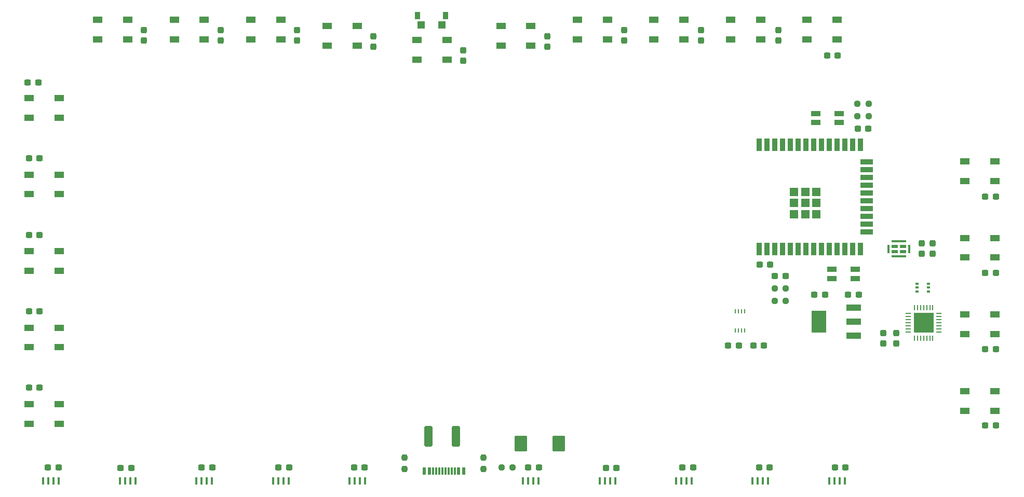
<source format=gbr>
%TF.GenerationSoftware,KiCad,Pcbnew,(6.0.6-0)*%
%TF.CreationDate,2022-08-02T12:10:40+02:00*%
%TF.ProjectId,GlowSignMainPCB,476c6f77-5369-4676-9e4d-61696e504342,rev?*%
%TF.SameCoordinates,Original*%
%TF.FileFunction,Paste,Top*%
%TF.FilePolarity,Positive*%
%FSLAX46Y46*%
G04 Gerber Fmt 4.6, Leading zero omitted, Abs format (unit mm)*
G04 Created by KiCad (PCBNEW (6.0.6-0)) date 2022-08-02 12:10:40*
%MOMM*%
%LPD*%
G01*
G04 APERTURE LIST*
G04 Aperture macros list*
%AMRoundRect*
0 Rectangle with rounded corners*
0 $1 Rounding radius*
0 $2 $3 $4 $5 $6 $7 $8 $9 X,Y pos of 4 corners*
0 Add a 4 corners polygon primitive as box body*
4,1,4,$2,$3,$4,$5,$6,$7,$8,$9,$2,$3,0*
0 Add four circle primitives for the rounded corners*
1,1,$1+$1,$2,$3*
1,1,$1+$1,$4,$5*
1,1,$1+$1,$6,$7*
1,1,$1+$1,$8,$9*
0 Add four rect primitives between the rounded corners*
20,1,$1+$1,$2,$3,$4,$5,0*
20,1,$1+$1,$4,$5,$6,$7,0*
20,1,$1+$1,$6,$7,$8,$9,0*
20,1,$1+$1,$8,$9,$2,$3,0*%
G04 Aperture macros list end*
%ADD10RoundRect,0.237500X-0.237500X0.300000X-0.237500X-0.300000X0.237500X-0.300000X0.237500X0.300000X0*%
%ADD11R,0.419990X1.300000*%
%ADD12R,0.900000X2.000000*%
%ADD13R,2.000000X0.900000*%
%ADD14R,1.330000X1.330000*%
%ADD15R,1.500000X1.000000*%
%ADD16RoundRect,0.237500X-0.300000X-0.237500X0.300000X-0.237500X0.300000X0.237500X-0.300000X0.237500X0*%
%ADD17RoundRect,0.250000X-0.400000X-1.450000X0.400000X-1.450000X0.400000X1.450000X-0.400000X1.450000X0*%
%ADD18RoundRect,0.237500X-0.237500X0.250000X-0.237500X-0.250000X0.237500X-0.250000X0.237500X0.250000X0*%
%ADD19RoundRect,0.237500X0.300000X0.237500X-0.300000X0.237500X-0.300000X-0.237500X0.300000X-0.237500X0*%
%ADD20R,0.900000X0.280010*%
%ADD21R,0.280010X0.900000*%
%ADD22R,3.300000X3.300000*%
%ADD23O,0.250013X0.750013*%
%ADD24R,2.470003X0.980010*%
%ADD25R,2.470003X3.600000*%
%ADD26R,1.500000X0.900000*%
%ADD27RoundRect,0.250000X-0.787500X-1.025000X0.787500X-1.025000X0.787500X1.025000X-0.787500X1.025000X0*%
%ADD28RoundRect,0.237500X0.237500X-0.300000X0.237500X0.300000X-0.237500X0.300000X-0.237500X-0.300000X0*%
%ADD29R,0.600000X0.419990*%
%ADD30R,0.600000X1.300000*%
%ADD31R,0.300000X1.300000*%
%ADD32RoundRect,0.237500X-0.250000X-0.237500X0.250000X-0.237500X0.250000X0.237500X-0.250000X0.237500X0*%
%ADD33RoundRect,0.237500X0.250000X0.237500X-0.250000X0.237500X-0.250000X-0.237500X0.250000X-0.237500X0*%
%ADD34R,1.050013X0.550013*%
%ADD35R,0.450013X1.400000*%
%ADD36R,2.400000X0.450013*%
%ADD37R,0.900000X1.200000*%
%ADD38R,1.200000X1.300000*%
G04 APERTURE END LIST*
D10*
%TO.C,C31*%
X159122600Y-65989900D03*
X159122600Y-67714900D03*
%TD*%
D11*
%TO.C,D3*%
X155179442Y-138608618D03*
X156029328Y-138608618D03*
X156879468Y-138608618D03*
X157729354Y-138608618D03*
%TD*%
D12*
%TO.C,U4*%
X193701250Y-100713700D03*
X194971250Y-100713700D03*
X196241250Y-100713700D03*
X197511250Y-100713700D03*
X198781250Y-100713700D03*
X200051250Y-100713700D03*
X201321250Y-100713700D03*
X202591250Y-100713700D03*
X203861250Y-100713700D03*
X205131250Y-100713700D03*
X206401250Y-100713700D03*
X207671250Y-100713700D03*
X208941250Y-100713700D03*
X210211250Y-100713700D03*
D13*
X211211250Y-97928700D03*
X211211250Y-96658700D03*
X211211250Y-95388700D03*
X211211250Y-94118700D03*
X211211250Y-92848700D03*
X211211250Y-91578700D03*
X211211250Y-90308700D03*
X211211250Y-89038700D03*
X211211250Y-87768700D03*
X211211250Y-86498700D03*
D12*
X210211250Y-83713700D03*
X208941250Y-83713700D03*
X207671250Y-83713700D03*
X206401250Y-83713700D03*
X205131250Y-83713700D03*
X203861250Y-83713700D03*
X202591250Y-83713700D03*
X201321250Y-83713700D03*
X200051250Y-83713700D03*
X198781250Y-83713700D03*
X197511250Y-83713700D03*
X196241250Y-83713700D03*
X194971250Y-83713700D03*
X193701250Y-83713700D03*
D14*
X199366250Y-95048700D03*
X201201250Y-93213700D03*
X199366250Y-91378700D03*
X203036250Y-95048700D03*
X203036250Y-91378700D03*
X203036250Y-93213700D03*
X201201250Y-95048700D03*
X199366250Y-93213700D03*
X201201250Y-91378700D03*
%TD*%
D15*
%TO.C,D18*%
X123283700Y-64322400D03*
X123283700Y-67522400D03*
X128183700Y-67522400D03*
X128183700Y-64322400D03*
%TD*%
%TO.C,D12*%
X201498300Y-63322400D03*
X201498300Y-66522400D03*
X206398300Y-66522400D03*
X206398300Y-63322400D03*
%TD*%
D16*
%TO.C,C48*%
X188633900Y-116471600D03*
X190358900Y-116471600D03*
%TD*%
D15*
%TO.C,D15*%
X164055000Y-63322400D03*
X164055000Y-66522400D03*
X168955000Y-66522400D03*
X168955000Y-63322400D03*
%TD*%
D17*
%TO.C,F1*%
X139761000Y-131318000D03*
X144211000Y-131318000D03*
%TD*%
D15*
%TO.C,D8*%
X227260600Y-123896900D03*
X227260600Y-127096900D03*
X232160600Y-127096900D03*
X232160600Y-123896900D03*
%TD*%
D11*
%TO.C,D28*%
X89445942Y-138608618D03*
X90295828Y-138608618D03*
X91145968Y-138608618D03*
X91995854Y-138608618D03*
%TD*%
D16*
%TO.C,C18*%
X156031100Y-136380120D03*
X157756100Y-136380120D03*
%TD*%
D15*
%TO.C,D19*%
X110802600Y-63322400D03*
X110802600Y-66522400D03*
X115702600Y-66522400D03*
X115702600Y-63322400D03*
%TD*%
D18*
%TO.C,R2*%
X135826000Y-134755500D03*
X135826000Y-136580500D03*
%TD*%
D19*
%TO.C,C7*%
X204406400Y-108211600D03*
X202681400Y-108211600D03*
%TD*%
D15*
%TO.C,D21*%
X85840400Y-63322400D03*
X85840400Y-66522400D03*
X90740400Y-66522400D03*
X90740400Y-63322400D03*
%TD*%
D16*
%TO.C,C38*%
X74617700Y-85928600D03*
X76342700Y-85928600D03*
%TD*%
D15*
%TO.C,D13*%
X189017200Y-63322400D03*
X189017200Y-66522400D03*
X193917200Y-66522400D03*
X193917200Y-63322400D03*
%TD*%
D20*
%TO.C,U7*%
X218006451Y-111260533D03*
X218006451Y-111760914D03*
X218006451Y-112261295D03*
X218006451Y-112761676D03*
X218006451Y-113262057D03*
X218006451Y-113762438D03*
X218006451Y-114262819D03*
D21*
X219005181Y-115261803D03*
X219505562Y-115261803D03*
X220005943Y-115261803D03*
X220506324Y-115261803D03*
X221006705Y-115261803D03*
X221507086Y-115261803D03*
X222007467Y-115261803D03*
D20*
X223006451Y-114262819D03*
X223006451Y-113762438D03*
X223006451Y-113262057D03*
X223006451Y-112761676D03*
X223006451Y-112261295D03*
X223006451Y-111760914D03*
X223006451Y-111260533D03*
D21*
X222007467Y-110261803D03*
X221507086Y-110261803D03*
X221006705Y-110261803D03*
X220506324Y-110261803D03*
X220005943Y-110261803D03*
X219505562Y-110261803D03*
X219005181Y-110261803D03*
D22*
X220506324Y-112761676D03*
%TD*%
D15*
%TO.C,D10*%
X227260600Y-98906900D03*
X227260600Y-102106900D03*
X232160600Y-102106900D03*
X232160600Y-98906900D03*
%TD*%
D10*
%TO.C,C32*%
X145398000Y-68273100D03*
X145398000Y-69998100D03*
%TD*%
D16*
%TO.C,C40*%
X74617700Y-110875266D03*
X76342700Y-110875266D03*
%TD*%
%TO.C,C46*%
X127628600Y-136380120D03*
X129353600Y-136380120D03*
%TD*%
D23*
%TO.C,U3*%
X189814439Y-114019979D03*
X190314566Y-114019979D03*
X190814439Y-114019979D03*
X191314566Y-114019979D03*
X191314566Y-110920157D03*
X190814439Y-110920157D03*
X190314566Y-110920157D03*
X189814439Y-110920157D03*
%TD*%
D15*
%TO.C,D25*%
X74664400Y-113563600D03*
X74664400Y-116763600D03*
X79564400Y-116763600D03*
X79564400Y-113563600D03*
%TD*%
D16*
%TO.C,C37*%
X74423100Y-73507600D03*
X76148100Y-73507600D03*
%TD*%
%TO.C,C27*%
X204777600Y-69162400D03*
X206502600Y-69162400D03*
%TD*%
D11*
%TO.C,D4*%
X167660542Y-138608618D03*
X168510428Y-138608618D03*
X169360568Y-138608618D03*
X170210454Y-138608618D03*
%TD*%
D16*
%TO.C,C19*%
X168701100Y-136440120D03*
X170426100Y-136440120D03*
%TD*%
D24*
%TO.C,U18*%
X209111300Y-114851575D03*
X209111300Y-112551600D03*
X209111300Y-110251625D03*
D25*
X203441500Y-112551600D03*
%TD*%
D16*
%TO.C,C44*%
X102781100Y-136380120D03*
X104506100Y-136380120D03*
%TD*%
D15*
%TO.C,D24*%
X74664400Y-101068600D03*
X74664400Y-104268600D03*
X79564400Y-104268600D03*
X79564400Y-101068600D03*
%TD*%
%TO.C,D16*%
X151573900Y-64322400D03*
X151573900Y-67522400D03*
X156473900Y-67522400D03*
X156473900Y-64322400D03*
%TD*%
D16*
%TO.C,C39*%
X74617700Y-98401933D03*
X76342700Y-98401933D03*
%TD*%
%TO.C,C41*%
X74617700Y-123348600D03*
X76342700Y-123348600D03*
%TD*%
D11*
%TO.C,D7*%
X205103842Y-138608618D03*
X205953728Y-138608618D03*
X206803868Y-138608618D03*
X207653754Y-138608618D03*
%TD*%
D26*
%TO.C,SW1*%
X205576476Y-104011536D03*
X209376324Y-104011536D03*
X209376324Y-105511664D03*
X205576476Y-105511664D03*
%TD*%
D15*
%TO.C,D9*%
X227260600Y-111401900D03*
X227260600Y-114601900D03*
X232160600Y-114601900D03*
X232160600Y-111401900D03*
%TD*%
D16*
%TO.C,C24*%
X230539900Y-117099400D03*
X232264900Y-117099400D03*
%TD*%
D10*
%TO.C,C33*%
X130792600Y-65989900D03*
X130792600Y-67714900D03*
%TD*%
D15*
%TO.C,D20*%
X98321500Y-63322400D03*
X98321500Y-66522400D03*
X103221500Y-66522400D03*
X103221500Y-63322400D03*
%TD*%
D10*
%TO.C,C35*%
X105862600Y-64989900D03*
X105862600Y-66714900D03*
%TD*%
D27*
%TO.C,C3*%
X154824700Y-132435600D03*
X161049700Y-132435600D03*
%TD*%
D16*
%TO.C,C20*%
X181173600Y-136380120D03*
X182898600Y-136380120D03*
%TD*%
D15*
%TO.C,D17*%
X137889100Y-66605600D03*
X137889100Y-69805600D03*
X142789100Y-69805600D03*
X142789100Y-66605600D03*
%TD*%
D28*
%TO.C,C47*%
X222006400Y-101524100D03*
X222006400Y-99799100D03*
%TD*%
D11*
%TO.C,D29*%
X101927042Y-138608618D03*
X102776928Y-138608618D03*
X103627068Y-138608618D03*
X104476954Y-138608618D03*
%TD*%
D29*
%TO.C,U8*%
X219427297Y-106351613D03*
X219427297Y-107001600D03*
X219427297Y-107651587D03*
X221327221Y-107651587D03*
X221327221Y-107001600D03*
X221327221Y-106351613D03*
%TD*%
D30*
%TO.C,USB1*%
X139090902Y-136920084D03*
X139890749Y-136920084D03*
D31*
X141040864Y-136920084D03*
X142040864Y-136920084D03*
X142540736Y-136920084D03*
X143540736Y-136920084D03*
D30*
X145490698Y-136920084D03*
X144690851Y-136920084D03*
D31*
X144040864Y-136920084D03*
X143040864Y-136920084D03*
X141540736Y-136920084D03*
X140540736Y-136920084D03*
%TD*%
D11*
%TO.C,D6*%
X192622742Y-138608618D03*
X193472628Y-138608618D03*
X194322768Y-138608618D03*
X195172654Y-138608618D03*
%TD*%
D16*
%TO.C,C42*%
X77721100Y-136380120D03*
X79446100Y-136380120D03*
%TD*%
D32*
%TO.C,R1*%
X151671100Y-136380120D03*
X153496100Y-136380120D03*
%TD*%
D18*
%TO.C,R3*%
X148716000Y-134755500D03*
X148716000Y-136580500D03*
%TD*%
D16*
%TO.C,C25*%
X230539900Y-104651900D03*
X232264900Y-104651900D03*
%TD*%
D10*
%TO.C,C30*%
X171675933Y-64989900D03*
X171675933Y-66714900D03*
%TD*%
D15*
%TO.C,D26*%
X74664400Y-126058600D03*
X74664400Y-129258600D03*
X79564400Y-129258600D03*
X79564400Y-126058600D03*
%TD*%
%TO.C,D23*%
X74664400Y-88573600D03*
X74664400Y-91773600D03*
X79564400Y-91773600D03*
X79564400Y-88573600D03*
%TD*%
D11*
%TO.C,D5*%
X180141642Y-138608618D03*
X180991528Y-138608618D03*
X181841668Y-138608618D03*
X182691554Y-138608618D03*
%TD*%
D15*
%TO.C,D11*%
X227260600Y-86411900D03*
X227260600Y-89611900D03*
X232160600Y-89611900D03*
X232160600Y-86411900D03*
%TD*%
D10*
%TO.C,C29*%
X184229266Y-64989900D03*
X184229266Y-66714900D03*
%TD*%
D33*
%TO.C,R6*%
X198028900Y-107131600D03*
X196203900Y-107131600D03*
%TD*%
D10*
%TO.C,C28*%
X196782600Y-64989900D03*
X196782600Y-66714900D03*
%TD*%
D16*
%TO.C,C45*%
X115311100Y-136380120D03*
X117036100Y-136380120D03*
%TD*%
D28*
%TO.C,C4*%
X213926400Y-116144100D03*
X213926400Y-114419100D03*
%TD*%
D19*
%TO.C,C2*%
X194478900Y-116491600D03*
X192753900Y-116491600D03*
%TD*%
D10*
%TO.C,C34*%
X118327600Y-64989900D03*
X118327600Y-66714900D03*
%TD*%
D34*
%TO.C,U20*%
X217151483Y-100257145D03*
X215801216Y-100257145D03*
X215801216Y-101107031D03*
X217151483Y-101107031D03*
D35*
X218201267Y-100682088D03*
D36*
X216476349Y-99457043D03*
D35*
X214751432Y-100682088D03*
D36*
X216476349Y-101907132D03*
%TD*%
D19*
%TO.C,C8*%
X197978900Y-105111600D03*
X196253900Y-105111600D03*
%TD*%
D10*
%TO.C,C36*%
X93397600Y-64989900D03*
X93397600Y-66714900D03*
%TD*%
D11*
%TO.C,D27*%
X76964842Y-138608618D03*
X77814728Y-138608618D03*
X78664868Y-138608618D03*
X79514754Y-138608618D03*
%TD*%
D15*
%TO.C,D14*%
X176536100Y-63322400D03*
X176536100Y-66522400D03*
X181436100Y-66522400D03*
X181436100Y-63322400D03*
%TD*%
%TO.C,D22*%
X74664400Y-76078600D03*
X74664400Y-79278600D03*
X79564400Y-79278600D03*
X79564400Y-76078600D03*
%TD*%
D10*
%TO.C,C6*%
X216026400Y-114419100D03*
X216026400Y-116144100D03*
%TD*%
D16*
%TO.C,C1*%
X193743900Y-103301600D03*
X195468900Y-103301600D03*
%TD*%
D11*
%TO.C,D30*%
X114408142Y-138608618D03*
X115258028Y-138608618D03*
X116108168Y-138608618D03*
X116958054Y-138608618D03*
%TD*%
D16*
%TO.C,C21*%
X193681100Y-136380120D03*
X195406100Y-136380120D03*
%TD*%
D11*
%TO.C,D31*%
X126889242Y-138608618D03*
X127739128Y-138608618D03*
X128589268Y-138608618D03*
X129439154Y-138608618D03*
%TD*%
D16*
%TO.C,C23*%
X230539900Y-129546900D03*
X232264900Y-129546900D03*
%TD*%
D32*
%TO.C,R7*%
X209713900Y-79061600D03*
X211538900Y-79061600D03*
%TD*%
D28*
%TO.C,C10*%
X220226400Y-101524100D03*
X220226400Y-99799100D03*
%TD*%
D33*
%TO.C,R5*%
X211538900Y-76971600D03*
X209713900Y-76971600D03*
%TD*%
D37*
%TO.C,SW3*%
X137958825Y-62581606D03*
X142558775Y-62581606D03*
D38*
X138583921Y-64131517D03*
X141933933Y-64131517D03*
%TD*%
D16*
%TO.C,C9*%
X209763900Y-81101600D03*
X211488900Y-81101600D03*
%TD*%
D33*
%TO.C,R4*%
X198028900Y-109151600D03*
X196203900Y-109151600D03*
%TD*%
D16*
%TO.C,C5*%
X208211400Y-108211600D03*
X209936400Y-108211600D03*
%TD*%
%TO.C,C22*%
X206013600Y-136380120D03*
X207738600Y-136380120D03*
%TD*%
D26*
%TO.C,SW2*%
X202916476Y-80091664D03*
X206716324Y-80091664D03*
X202916476Y-78591536D03*
X206716324Y-78591536D03*
%TD*%
D16*
%TO.C,C43*%
X89581100Y-136420120D03*
X91306100Y-136420120D03*
%TD*%
%TO.C,C26*%
X230539900Y-92204400D03*
X232264900Y-92204400D03*
%TD*%
M02*

</source>
